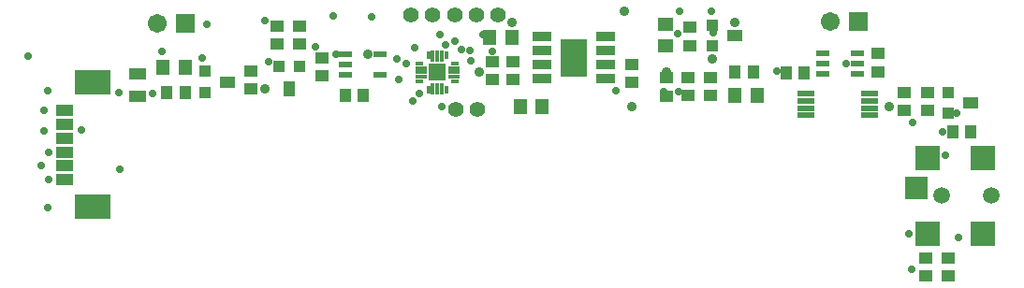
<source format=gts>
%FSLAX25Y25*%
%MOIN*%
G70*
G01*
G75*
G04 Layer_Color=8388736*
%ADD10R,0.07874X0.07874*%
%ADD11R,0.07087X0.07087*%
%ADD12R,0.03937X0.01575*%
%ADD13R,0.03937X0.03150*%
%ADD14R,0.03150X0.03937*%
%ADD15R,0.03937X0.04724*%
%ADD16R,0.04724X0.03937*%
%ADD17R,0.05118X0.05118*%
%ADD18R,0.02362X0.00787*%
%ADD19R,0.03150X0.00787*%
%ADD20R,0.00787X0.02362*%
%ADD21R,0.00787X0.03150*%
%ADD22C,0.04724*%
%ADD23R,0.11811X0.08268*%
%ADD24R,0.05118X0.03150*%
%ADD25R,0.05118X0.03150*%
%ADD26R,0.05000X0.03600*%
%ADD27R,0.03600X0.03600*%
%ADD28R,0.03600X0.05000*%
%ADD29R,0.03600X0.03600*%
%ADD30R,0.08898X0.12402*%
%ADD31R,0.05906X0.02400*%
%ADD32R,0.05118X0.01260*%
%ADD33C,0.02756*%
%ADD34C,0.00787*%
%ADD35C,0.02362*%
%ADD36C,0.01969*%
%ADD37R,0.09252X0.06142*%
%ADD38C,0.05118*%
%ADD39R,0.05906X0.05906*%
%ADD40C,0.05906*%
%ADD41C,0.01969*%
%ADD42C,0.02756*%
%ADD43C,0.01000*%
%ADD44C,0.00600*%
%ADD45C,0.00984*%
%ADD46C,0.00500*%
%ADD47C,0.00709*%
%ADD48C,0.00591*%
%ADD49C,0.01200*%
%ADD50C,0.00492*%
%ADD51R,0.08674X0.08674*%
%ADD52R,0.07887X0.07887*%
%ADD53R,0.04737X0.02375*%
%ADD54R,0.04737X0.03950*%
%ADD55R,0.03950X0.04737*%
%ADD56R,0.04737X0.05524*%
%ADD57R,0.05524X0.04737*%
%ADD58R,0.05918X0.05918*%
%ADD59R,0.03162X0.01587*%
%ADD60R,0.03950X0.01587*%
%ADD61R,0.01587X0.03162*%
%ADD62R,0.01587X0.03950*%
%ADD63C,0.05524*%
%ADD64R,0.12611X0.09068*%
%ADD65R,0.05918X0.03950*%
%ADD66R,0.05918X0.03950*%
%ADD67R,0.05800X0.04400*%
%ADD68R,0.04400X0.04400*%
%ADD69R,0.04400X0.05800*%
%ADD70R,0.04400X0.04400*%
%ADD71R,0.09698X0.13202*%
%ADD72R,0.06706X0.03200*%
%ADD73R,0.05918X0.02060*%
%ADD74C,0.05918*%
%ADD75R,0.06706X0.06706*%
%ADD76C,0.06706*%
%ADD77C,0.02769*%
%ADD78C,0.03556*%
D51*
X364253Y-82130D02*
D03*
X344568D02*
D03*
X364253Y-55358D02*
D03*
X344568D02*
D03*
D52*
X340631Y-65988D02*
D03*
D53*
X319727Y-17845D02*
D03*
Y-25326D02*
D03*
Y-21586D02*
D03*
X307522D02*
D03*
Y-25326D02*
D03*
Y-17845D02*
D03*
X149603Y-18290D02*
D03*
Y-25770D02*
D03*
X137399Y-22030D02*
D03*
Y-25770D02*
D03*
Y-18290D02*
D03*
D54*
X336368Y-38366D02*
D03*
Y-32067D02*
D03*
X251866Y-33427D02*
D03*
Y-26734D02*
D03*
X259496Y-33030D02*
D03*
Y-26731D02*
D03*
X267244Y-33031D02*
D03*
Y-26732D02*
D03*
X259979Y-15376D02*
D03*
Y-8683D02*
D03*
X189562Y-20833D02*
D03*
Y-27132D02*
D03*
X197182Y-20833D02*
D03*
Y-27132D02*
D03*
X103640Y-24410D02*
D03*
Y-30710D02*
D03*
X113055Y-8366D02*
D03*
Y-14665D02*
D03*
X121105Y-8446D02*
D03*
Y-14745D02*
D03*
X128995Y-25820D02*
D03*
Y-19520D02*
D03*
X239260Y-28130D02*
D03*
Y-21830D02*
D03*
X344724Y-38366D02*
D03*
Y-32067D02*
D03*
X344180Y-97160D02*
D03*
Y-90860D02*
D03*
X351953Y-90894D02*
D03*
Y-97193D02*
D03*
X326944Y-17879D02*
D03*
Y-24572D02*
D03*
D55*
X282719Y-24570D02*
D03*
X276026D02*
D03*
X80257Y-31961D02*
D03*
X73564D02*
D03*
X143776Y-32980D02*
D03*
X137477D02*
D03*
X300810Y-24910D02*
D03*
X294510D02*
D03*
X359958Y-46110D02*
D03*
X353658D02*
D03*
D56*
X276013Y-33014D02*
D03*
X283888D02*
D03*
X72366Y-22970D02*
D03*
X80240D02*
D03*
X196588Y-12180D02*
D03*
X188714D02*
D03*
X207477Y-36830D02*
D03*
X199603D02*
D03*
D57*
X251329Y-7493D02*
D03*
Y-15367D02*
D03*
D58*
X170118Y-24764D02*
D03*
D59*
X176417Y-21614D02*
D03*
Y-27913D02*
D03*
X163819D02*
D03*
Y-21614D02*
D03*
D60*
X176024Y-23189D02*
D03*
Y-24764D02*
D03*
Y-26339D02*
D03*
X164213D02*
D03*
Y-24764D02*
D03*
Y-23189D02*
D03*
D61*
X173268Y-31063D02*
D03*
X166969D02*
D03*
Y-18465D02*
D03*
X173268D02*
D03*
D62*
X171693Y-30669D02*
D03*
X170118D02*
D03*
X168543D02*
D03*
Y-18858D02*
D03*
X170118D02*
D03*
X171693D02*
D03*
D63*
X176674Y-38010D02*
D03*
X176250Y-4250D02*
D03*
X184434Y-38010D02*
D03*
X191665Y-4250D02*
D03*
X183958D02*
D03*
X168543D02*
D03*
X160835D02*
D03*
D64*
X47269Y-28364D02*
D03*
Y-72656D02*
D03*
D65*
X37230Y-43325D02*
D03*
Y-38404D02*
D03*
Y-48246D02*
D03*
Y-53167D02*
D03*
Y-58089D02*
D03*
Y-63010D02*
D03*
D66*
X63297Y-33421D02*
D03*
Y-25153D02*
D03*
D67*
X95417Y-28192D02*
D03*
X276014Y-11678D02*
D03*
X360040Y-35588D02*
D03*
D68*
X87417Y-24392D02*
D03*
Y-31892D02*
D03*
X268014Y-7878D02*
D03*
Y-15378D02*
D03*
X352040Y-31788D02*
D03*
Y-39288D02*
D03*
D69*
X117308Y-30483D02*
D03*
D70*
X121108Y-22483D02*
D03*
X113608D02*
D03*
D71*
X218701Y-19606D02*
D03*
D72*
X229951Y-27106D02*
D03*
Y-22106D02*
D03*
Y-17106D02*
D03*
Y-12106D02*
D03*
X207451D02*
D03*
Y-17106D02*
D03*
Y-22106D02*
D03*
Y-27106D02*
D03*
D73*
X301361Y-32337D02*
D03*
Y-34896D02*
D03*
Y-37455D02*
D03*
X323999Y-32337D02*
D03*
Y-34896D02*
D03*
Y-37455D02*
D03*
X301361Y-40014D02*
D03*
X323999D02*
D03*
D74*
X367403Y-68744D02*
D03*
X349687D02*
D03*
D75*
X319950Y-6610D02*
D03*
X80510Y-7230D02*
D03*
D76*
X309950Y-6610D02*
D03*
X70510Y-7230D02*
D03*
D77*
X31636Y-53167D02*
D03*
X29077Y-58089D02*
D03*
X31833Y-63010D02*
D03*
X30022Y-38404D02*
D03*
X178661Y-16732D02*
D03*
X181811Y-17087D02*
D03*
X176674Y-38010D02*
D03*
X184370Y-38228D02*
D03*
X163819Y-32208D02*
D03*
X173071Y-15079D02*
D03*
X171696Y-36811D02*
D03*
X159006Y-21614D02*
D03*
X161493Y-35007D02*
D03*
X315838Y-21586D02*
D03*
X176299Y-13465D02*
D03*
X189562Y-17126D02*
D03*
X355866Y-83465D02*
D03*
X339528Y-42480D02*
D03*
X349968Y-46110D02*
D03*
X216850Y-15512D02*
D03*
Y-18543D02*
D03*
X220945Y-15512D02*
D03*
X216850Y-21575D02*
D03*
X146811Y-4961D02*
D03*
X134077Y-18290D02*
D03*
X30197Y-45748D02*
D03*
X43425Y-45197D02*
D03*
X220945Y-18543D02*
D03*
Y-21575D02*
D03*
X155669Y-19961D02*
D03*
X156296Y-27133D02*
D03*
X161965Y-15951D02*
D03*
X256378Y-3032D02*
D03*
X351181Y-54213D02*
D03*
X255906Y-31772D02*
D03*
X250827Y-31653D02*
D03*
X233583Y-31378D02*
D03*
X181968Y-20551D02*
D03*
X170984Y-11417D02*
D03*
X186378D02*
D03*
X267835Y-3110D02*
D03*
X268307Y-10630D02*
D03*
X255591Y-10905D02*
D03*
X290945Y-24370D02*
D03*
X354921Y-39173D02*
D03*
X338150Y-82402D02*
D03*
X31417Y-31339D02*
D03*
X339016Y-95000D02*
D03*
X24449Y-18898D02*
D03*
X110000Y-20945D02*
D03*
X31417Y-72913D02*
D03*
X68583Y-32205D02*
D03*
X86457Y-19764D02*
D03*
X72165Y-17362D02*
D03*
X56811Y-32008D02*
D03*
X57047Y-59252D02*
D03*
X126772Y-15551D02*
D03*
X132992Y-4567D02*
D03*
X88150Y-7520D02*
D03*
X108583Y-6260D02*
D03*
D78*
X267992Y-19961D02*
D03*
X239469Y-36830D02*
D03*
X331044D02*
D03*
X108741Y-30710D02*
D03*
X236575Y-3071D02*
D03*
X276024Y-6890D02*
D03*
X251850Y-24528D02*
D03*
X185000D02*
D03*
X145416Y-18290D02*
D03*
X160143Y-3558D02*
D03*
X196653Y-6890D02*
D03*
M02*

</source>
